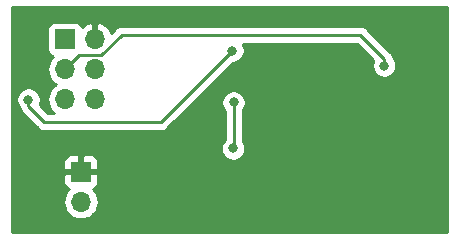
<source format=gbr>
G04 #@! TF.GenerationSoftware,KiCad,Pcbnew,(5.1.2)-1*
G04 #@! TF.CreationDate,2020-01-23T21:55:46-06:00*
G04 #@! TF.ProjectId,attiny-devboard,61747469-6e79-42d6-9465-76626f617264,rev?*
G04 #@! TF.SameCoordinates,Original*
G04 #@! TF.FileFunction,Copper,L2,Bot*
G04 #@! TF.FilePolarity,Positive*
%FSLAX46Y46*%
G04 Gerber Fmt 4.6, Leading zero omitted, Abs format (unit mm)*
G04 Created by KiCad (PCBNEW (5.1.2)-1) date 2020-01-23 21:55:46*
%MOMM*%
%LPD*%
G04 APERTURE LIST*
%ADD10R,1.700000X1.700000*%
%ADD11O,1.700000X1.700000*%
%ADD12C,0.800000*%
%ADD13C,0.250000*%
%ADD14C,0.254000*%
G04 APERTURE END LIST*
D10*
X115674140Y-93329760D03*
D11*
X115674140Y-95869760D03*
X116860320Y-87177880D03*
X114320320Y-87177880D03*
X116860320Y-84637880D03*
X114320320Y-84637880D03*
X116860320Y-82097880D03*
D10*
X114320320Y-82097880D03*
D12*
X144068800Y-81356200D03*
X119202200Y-91147900D03*
X128574800Y-91335860D03*
X128600200Y-87439500D03*
X141361160Y-84320380D03*
X111236760Y-87208360D03*
X128506220Y-83055460D03*
D13*
X128600200Y-91310460D02*
X128574800Y-91335860D01*
X128600200Y-87439500D02*
X128600200Y-91310460D01*
X141361160Y-83754695D02*
X139325885Y-81719420D01*
X141361160Y-84320380D02*
X141361160Y-83754695D01*
X115170319Y-83787881D02*
X114320320Y-84637880D01*
X115495321Y-83462879D02*
X115170319Y-83787881D01*
X117385081Y-83462879D02*
X115495321Y-83462879D01*
X119128540Y-81719420D02*
X117385081Y-83462879D01*
X139325885Y-81719420D02*
X119128540Y-81719420D01*
X111236760Y-87774045D02*
X112593855Y-89131140D01*
X111236760Y-87208360D02*
X111236760Y-87774045D01*
X112593855Y-89131140D02*
X122430540Y-89131140D01*
X122430540Y-89131140D02*
X128506220Y-83055460D01*
D14*
G36*
X146660001Y-98400000D02*
G01*
X109880000Y-98400000D01*
X109880000Y-95869760D01*
X114181955Y-95869760D01*
X114210627Y-96160871D01*
X114295541Y-96440794D01*
X114433434Y-96698774D01*
X114619006Y-96924894D01*
X114845126Y-97110466D01*
X115103106Y-97248359D01*
X115383029Y-97333273D01*
X115601190Y-97354760D01*
X115747090Y-97354760D01*
X115965251Y-97333273D01*
X116245174Y-97248359D01*
X116503154Y-97110466D01*
X116729274Y-96924894D01*
X116914846Y-96698774D01*
X117052739Y-96440794D01*
X117137653Y-96160871D01*
X117166325Y-95869760D01*
X117137653Y-95578649D01*
X117052739Y-95298726D01*
X116914846Y-95040746D01*
X116729274Y-94814626D01*
X116699453Y-94790153D01*
X116768320Y-94769262D01*
X116878634Y-94710297D01*
X116975325Y-94630945D01*
X117054677Y-94534254D01*
X117113642Y-94423940D01*
X117149952Y-94304242D01*
X117162212Y-94179760D01*
X117159140Y-93615510D01*
X117000390Y-93456760D01*
X115801140Y-93456760D01*
X115801140Y-93476760D01*
X115547140Y-93476760D01*
X115547140Y-93456760D01*
X114347890Y-93456760D01*
X114189140Y-93615510D01*
X114186068Y-94179760D01*
X114198328Y-94304242D01*
X114234638Y-94423940D01*
X114293603Y-94534254D01*
X114372955Y-94630945D01*
X114469646Y-94710297D01*
X114579960Y-94769262D01*
X114648827Y-94790153D01*
X114619006Y-94814626D01*
X114433434Y-95040746D01*
X114295541Y-95298726D01*
X114210627Y-95578649D01*
X114181955Y-95869760D01*
X109880000Y-95869760D01*
X109880000Y-92479760D01*
X114186068Y-92479760D01*
X114189140Y-93044010D01*
X114347890Y-93202760D01*
X115547140Y-93202760D01*
X115547140Y-92003510D01*
X115801140Y-92003510D01*
X115801140Y-93202760D01*
X117000390Y-93202760D01*
X117159140Y-93044010D01*
X117162212Y-92479760D01*
X117149952Y-92355278D01*
X117113642Y-92235580D01*
X117054677Y-92125266D01*
X116975325Y-92028575D01*
X116878634Y-91949223D01*
X116768320Y-91890258D01*
X116648622Y-91853948D01*
X116524140Y-91841688D01*
X115959890Y-91844760D01*
X115801140Y-92003510D01*
X115547140Y-92003510D01*
X115388390Y-91844760D01*
X114824140Y-91841688D01*
X114699658Y-91853948D01*
X114579960Y-91890258D01*
X114469646Y-91949223D01*
X114372955Y-92028575D01*
X114293603Y-92125266D01*
X114234638Y-92235580D01*
X114198328Y-92355278D01*
X114186068Y-92479760D01*
X109880000Y-92479760D01*
X109880000Y-91233921D01*
X127539800Y-91233921D01*
X127539800Y-91437799D01*
X127579574Y-91637758D01*
X127657595Y-91826116D01*
X127770863Y-91995634D01*
X127915026Y-92139797D01*
X128084544Y-92253065D01*
X128272902Y-92331086D01*
X128472861Y-92370860D01*
X128676739Y-92370860D01*
X128876698Y-92331086D01*
X129065056Y-92253065D01*
X129234574Y-92139797D01*
X129378737Y-91995634D01*
X129492005Y-91826116D01*
X129570026Y-91637758D01*
X129609800Y-91437799D01*
X129609800Y-91233921D01*
X129570026Y-91033962D01*
X129492005Y-90845604D01*
X129378737Y-90676086D01*
X129360200Y-90657549D01*
X129360200Y-88143211D01*
X129404137Y-88099274D01*
X129517405Y-87929756D01*
X129595426Y-87741398D01*
X129635200Y-87541439D01*
X129635200Y-87337561D01*
X129595426Y-87137602D01*
X129517405Y-86949244D01*
X129404137Y-86779726D01*
X129259974Y-86635563D01*
X129090456Y-86522295D01*
X128902098Y-86444274D01*
X128702139Y-86404500D01*
X128498261Y-86404500D01*
X128298302Y-86444274D01*
X128109944Y-86522295D01*
X127940426Y-86635563D01*
X127796263Y-86779726D01*
X127682995Y-86949244D01*
X127604974Y-87137602D01*
X127565200Y-87337561D01*
X127565200Y-87541439D01*
X127604974Y-87741398D01*
X127682995Y-87929756D01*
X127796263Y-88099274D01*
X127840200Y-88143211D01*
X127840201Y-90606748D01*
X127770863Y-90676086D01*
X127657595Y-90845604D01*
X127579574Y-91033962D01*
X127539800Y-91233921D01*
X109880000Y-91233921D01*
X109880000Y-87106421D01*
X110201760Y-87106421D01*
X110201760Y-87310299D01*
X110241534Y-87510258D01*
X110319555Y-87698616D01*
X110432823Y-87868134D01*
X110487773Y-87923084D01*
X110531214Y-88066292D01*
X110548844Y-88099274D01*
X110601786Y-88198321D01*
X110672961Y-88285047D01*
X110696760Y-88314046D01*
X110725758Y-88337844D01*
X112030056Y-89642143D01*
X112053854Y-89671141D01*
X112082852Y-89694939D01*
X112169578Y-89766114D01*
X112301608Y-89836686D01*
X112444869Y-89880143D01*
X112556522Y-89891140D01*
X112556531Y-89891140D01*
X112593854Y-89894816D01*
X112631177Y-89891140D01*
X122393218Y-89891140D01*
X122430540Y-89894816D01*
X122467862Y-89891140D01*
X122467873Y-89891140D01*
X122579526Y-89880143D01*
X122722787Y-89836686D01*
X122854816Y-89766114D01*
X122970541Y-89671141D01*
X122994344Y-89642137D01*
X128546022Y-84090460D01*
X128608159Y-84090460D01*
X128808118Y-84050686D01*
X128996476Y-83972665D01*
X129165994Y-83859397D01*
X129310157Y-83715234D01*
X129423425Y-83545716D01*
X129501446Y-83357358D01*
X129541220Y-83157399D01*
X129541220Y-82953521D01*
X129501446Y-82753562D01*
X129423425Y-82565204D01*
X129366106Y-82479420D01*
X139011084Y-82479420D01*
X140419888Y-83888225D01*
X140365934Y-84018482D01*
X140326160Y-84218441D01*
X140326160Y-84422319D01*
X140365934Y-84622278D01*
X140443955Y-84810636D01*
X140557223Y-84980154D01*
X140701386Y-85124317D01*
X140870904Y-85237585D01*
X141059262Y-85315606D01*
X141259221Y-85355380D01*
X141463099Y-85355380D01*
X141663058Y-85315606D01*
X141851416Y-85237585D01*
X142020934Y-85124317D01*
X142165097Y-84980154D01*
X142278365Y-84810636D01*
X142356386Y-84622278D01*
X142396160Y-84422319D01*
X142396160Y-84218441D01*
X142356386Y-84018482D01*
X142278365Y-83830124D01*
X142165097Y-83660606D01*
X142110147Y-83605656D01*
X142066706Y-83462448D01*
X141996134Y-83330419D01*
X141924959Y-83243692D01*
X141901161Y-83214694D01*
X141872163Y-83190896D01*
X139889689Y-81208423D01*
X139865886Y-81179419D01*
X139750161Y-81084446D01*
X139618132Y-81013874D01*
X139474871Y-80970417D01*
X139363218Y-80959420D01*
X139363207Y-80959420D01*
X139325885Y-80955744D01*
X139288563Y-80959420D01*
X119165862Y-80959420D01*
X119128539Y-80955744D01*
X119091216Y-80959420D01*
X119091207Y-80959420D01*
X118979554Y-80970417D01*
X118836293Y-81013874D01*
X118704264Y-81084446D01*
X118588539Y-81179419D01*
X118564741Y-81208417D01*
X118232054Y-81541104D01*
X118131961Y-81330960D01*
X117957908Y-81097611D01*
X117741675Y-80902702D01*
X117491572Y-80753723D01*
X117217211Y-80656399D01*
X116987320Y-80777066D01*
X116987320Y-81970880D01*
X117007320Y-81970880D01*
X117007320Y-82224880D01*
X116987320Y-82224880D01*
X116987320Y-82244880D01*
X116733320Y-82244880D01*
X116733320Y-82224880D01*
X116713320Y-82224880D01*
X116713320Y-81970880D01*
X116733320Y-81970880D01*
X116733320Y-80777066D01*
X116503429Y-80656399D01*
X116229068Y-80753723D01*
X115978965Y-80902702D01*
X115782818Y-81079506D01*
X115759822Y-81003700D01*
X115700857Y-80893386D01*
X115621505Y-80796695D01*
X115524814Y-80717343D01*
X115414500Y-80658378D01*
X115294802Y-80622068D01*
X115170320Y-80609808D01*
X113470320Y-80609808D01*
X113345838Y-80622068D01*
X113226140Y-80658378D01*
X113115826Y-80717343D01*
X113019135Y-80796695D01*
X112939783Y-80893386D01*
X112880818Y-81003700D01*
X112844508Y-81123398D01*
X112832248Y-81247880D01*
X112832248Y-82947880D01*
X112844508Y-83072362D01*
X112880818Y-83192060D01*
X112939783Y-83302374D01*
X113019135Y-83399065D01*
X113115826Y-83478417D01*
X113226140Y-83537382D01*
X113295007Y-83558273D01*
X113265186Y-83582746D01*
X113079614Y-83808866D01*
X112941721Y-84066846D01*
X112856807Y-84346769D01*
X112828135Y-84637880D01*
X112856807Y-84928991D01*
X112941721Y-85208914D01*
X113079614Y-85466894D01*
X113265186Y-85693014D01*
X113491306Y-85878586D01*
X113546111Y-85907880D01*
X113491306Y-85937174D01*
X113265186Y-86122746D01*
X113079614Y-86348866D01*
X112941721Y-86606846D01*
X112856807Y-86886769D01*
X112828135Y-87177880D01*
X112856807Y-87468991D01*
X112941721Y-87748914D01*
X113079614Y-88006894D01*
X113265186Y-88233014D01*
X113433493Y-88371140D01*
X112908657Y-88371140D01*
X112178031Y-87640515D01*
X112231986Y-87510258D01*
X112271760Y-87310299D01*
X112271760Y-87106421D01*
X112231986Y-86906462D01*
X112153965Y-86718104D01*
X112040697Y-86548586D01*
X111896534Y-86404423D01*
X111727016Y-86291155D01*
X111538658Y-86213134D01*
X111338699Y-86173360D01*
X111134821Y-86173360D01*
X110934862Y-86213134D01*
X110746504Y-86291155D01*
X110576986Y-86404423D01*
X110432823Y-86548586D01*
X110319555Y-86718104D01*
X110241534Y-86906462D01*
X110201760Y-87106421D01*
X109880000Y-87106421D01*
X109880000Y-79400000D01*
X146660000Y-79400000D01*
X146660001Y-98400000D01*
X146660001Y-98400000D01*
G37*
X146660001Y-98400000D02*
X109880000Y-98400000D01*
X109880000Y-95869760D01*
X114181955Y-95869760D01*
X114210627Y-96160871D01*
X114295541Y-96440794D01*
X114433434Y-96698774D01*
X114619006Y-96924894D01*
X114845126Y-97110466D01*
X115103106Y-97248359D01*
X115383029Y-97333273D01*
X115601190Y-97354760D01*
X115747090Y-97354760D01*
X115965251Y-97333273D01*
X116245174Y-97248359D01*
X116503154Y-97110466D01*
X116729274Y-96924894D01*
X116914846Y-96698774D01*
X117052739Y-96440794D01*
X117137653Y-96160871D01*
X117166325Y-95869760D01*
X117137653Y-95578649D01*
X117052739Y-95298726D01*
X116914846Y-95040746D01*
X116729274Y-94814626D01*
X116699453Y-94790153D01*
X116768320Y-94769262D01*
X116878634Y-94710297D01*
X116975325Y-94630945D01*
X117054677Y-94534254D01*
X117113642Y-94423940D01*
X117149952Y-94304242D01*
X117162212Y-94179760D01*
X117159140Y-93615510D01*
X117000390Y-93456760D01*
X115801140Y-93456760D01*
X115801140Y-93476760D01*
X115547140Y-93476760D01*
X115547140Y-93456760D01*
X114347890Y-93456760D01*
X114189140Y-93615510D01*
X114186068Y-94179760D01*
X114198328Y-94304242D01*
X114234638Y-94423940D01*
X114293603Y-94534254D01*
X114372955Y-94630945D01*
X114469646Y-94710297D01*
X114579960Y-94769262D01*
X114648827Y-94790153D01*
X114619006Y-94814626D01*
X114433434Y-95040746D01*
X114295541Y-95298726D01*
X114210627Y-95578649D01*
X114181955Y-95869760D01*
X109880000Y-95869760D01*
X109880000Y-92479760D01*
X114186068Y-92479760D01*
X114189140Y-93044010D01*
X114347890Y-93202760D01*
X115547140Y-93202760D01*
X115547140Y-92003510D01*
X115801140Y-92003510D01*
X115801140Y-93202760D01*
X117000390Y-93202760D01*
X117159140Y-93044010D01*
X117162212Y-92479760D01*
X117149952Y-92355278D01*
X117113642Y-92235580D01*
X117054677Y-92125266D01*
X116975325Y-92028575D01*
X116878634Y-91949223D01*
X116768320Y-91890258D01*
X116648622Y-91853948D01*
X116524140Y-91841688D01*
X115959890Y-91844760D01*
X115801140Y-92003510D01*
X115547140Y-92003510D01*
X115388390Y-91844760D01*
X114824140Y-91841688D01*
X114699658Y-91853948D01*
X114579960Y-91890258D01*
X114469646Y-91949223D01*
X114372955Y-92028575D01*
X114293603Y-92125266D01*
X114234638Y-92235580D01*
X114198328Y-92355278D01*
X114186068Y-92479760D01*
X109880000Y-92479760D01*
X109880000Y-91233921D01*
X127539800Y-91233921D01*
X127539800Y-91437799D01*
X127579574Y-91637758D01*
X127657595Y-91826116D01*
X127770863Y-91995634D01*
X127915026Y-92139797D01*
X128084544Y-92253065D01*
X128272902Y-92331086D01*
X128472861Y-92370860D01*
X128676739Y-92370860D01*
X128876698Y-92331086D01*
X129065056Y-92253065D01*
X129234574Y-92139797D01*
X129378737Y-91995634D01*
X129492005Y-91826116D01*
X129570026Y-91637758D01*
X129609800Y-91437799D01*
X129609800Y-91233921D01*
X129570026Y-91033962D01*
X129492005Y-90845604D01*
X129378737Y-90676086D01*
X129360200Y-90657549D01*
X129360200Y-88143211D01*
X129404137Y-88099274D01*
X129517405Y-87929756D01*
X129595426Y-87741398D01*
X129635200Y-87541439D01*
X129635200Y-87337561D01*
X129595426Y-87137602D01*
X129517405Y-86949244D01*
X129404137Y-86779726D01*
X129259974Y-86635563D01*
X129090456Y-86522295D01*
X128902098Y-86444274D01*
X128702139Y-86404500D01*
X128498261Y-86404500D01*
X128298302Y-86444274D01*
X128109944Y-86522295D01*
X127940426Y-86635563D01*
X127796263Y-86779726D01*
X127682995Y-86949244D01*
X127604974Y-87137602D01*
X127565200Y-87337561D01*
X127565200Y-87541439D01*
X127604974Y-87741398D01*
X127682995Y-87929756D01*
X127796263Y-88099274D01*
X127840200Y-88143211D01*
X127840201Y-90606748D01*
X127770863Y-90676086D01*
X127657595Y-90845604D01*
X127579574Y-91033962D01*
X127539800Y-91233921D01*
X109880000Y-91233921D01*
X109880000Y-87106421D01*
X110201760Y-87106421D01*
X110201760Y-87310299D01*
X110241534Y-87510258D01*
X110319555Y-87698616D01*
X110432823Y-87868134D01*
X110487773Y-87923084D01*
X110531214Y-88066292D01*
X110548844Y-88099274D01*
X110601786Y-88198321D01*
X110672961Y-88285047D01*
X110696760Y-88314046D01*
X110725758Y-88337844D01*
X112030056Y-89642143D01*
X112053854Y-89671141D01*
X112082852Y-89694939D01*
X112169578Y-89766114D01*
X112301608Y-89836686D01*
X112444869Y-89880143D01*
X112556522Y-89891140D01*
X112556531Y-89891140D01*
X112593854Y-89894816D01*
X112631177Y-89891140D01*
X122393218Y-89891140D01*
X122430540Y-89894816D01*
X122467862Y-89891140D01*
X122467873Y-89891140D01*
X122579526Y-89880143D01*
X122722787Y-89836686D01*
X122854816Y-89766114D01*
X122970541Y-89671141D01*
X122994344Y-89642137D01*
X128546022Y-84090460D01*
X128608159Y-84090460D01*
X128808118Y-84050686D01*
X128996476Y-83972665D01*
X129165994Y-83859397D01*
X129310157Y-83715234D01*
X129423425Y-83545716D01*
X129501446Y-83357358D01*
X129541220Y-83157399D01*
X129541220Y-82953521D01*
X129501446Y-82753562D01*
X129423425Y-82565204D01*
X129366106Y-82479420D01*
X139011084Y-82479420D01*
X140419888Y-83888225D01*
X140365934Y-84018482D01*
X140326160Y-84218441D01*
X140326160Y-84422319D01*
X140365934Y-84622278D01*
X140443955Y-84810636D01*
X140557223Y-84980154D01*
X140701386Y-85124317D01*
X140870904Y-85237585D01*
X141059262Y-85315606D01*
X141259221Y-85355380D01*
X141463099Y-85355380D01*
X141663058Y-85315606D01*
X141851416Y-85237585D01*
X142020934Y-85124317D01*
X142165097Y-84980154D01*
X142278365Y-84810636D01*
X142356386Y-84622278D01*
X142396160Y-84422319D01*
X142396160Y-84218441D01*
X142356386Y-84018482D01*
X142278365Y-83830124D01*
X142165097Y-83660606D01*
X142110147Y-83605656D01*
X142066706Y-83462448D01*
X141996134Y-83330419D01*
X141924959Y-83243692D01*
X141901161Y-83214694D01*
X141872163Y-83190896D01*
X139889689Y-81208423D01*
X139865886Y-81179419D01*
X139750161Y-81084446D01*
X139618132Y-81013874D01*
X139474871Y-80970417D01*
X139363218Y-80959420D01*
X139363207Y-80959420D01*
X139325885Y-80955744D01*
X139288563Y-80959420D01*
X119165862Y-80959420D01*
X119128539Y-80955744D01*
X119091216Y-80959420D01*
X119091207Y-80959420D01*
X118979554Y-80970417D01*
X118836293Y-81013874D01*
X118704264Y-81084446D01*
X118588539Y-81179419D01*
X118564741Y-81208417D01*
X118232054Y-81541104D01*
X118131961Y-81330960D01*
X117957908Y-81097611D01*
X117741675Y-80902702D01*
X117491572Y-80753723D01*
X117217211Y-80656399D01*
X116987320Y-80777066D01*
X116987320Y-81970880D01*
X117007320Y-81970880D01*
X117007320Y-82224880D01*
X116987320Y-82224880D01*
X116987320Y-82244880D01*
X116733320Y-82244880D01*
X116733320Y-82224880D01*
X116713320Y-82224880D01*
X116713320Y-81970880D01*
X116733320Y-81970880D01*
X116733320Y-80777066D01*
X116503429Y-80656399D01*
X116229068Y-80753723D01*
X115978965Y-80902702D01*
X115782818Y-81079506D01*
X115759822Y-81003700D01*
X115700857Y-80893386D01*
X115621505Y-80796695D01*
X115524814Y-80717343D01*
X115414500Y-80658378D01*
X115294802Y-80622068D01*
X115170320Y-80609808D01*
X113470320Y-80609808D01*
X113345838Y-80622068D01*
X113226140Y-80658378D01*
X113115826Y-80717343D01*
X113019135Y-80796695D01*
X112939783Y-80893386D01*
X112880818Y-81003700D01*
X112844508Y-81123398D01*
X112832248Y-81247880D01*
X112832248Y-82947880D01*
X112844508Y-83072362D01*
X112880818Y-83192060D01*
X112939783Y-83302374D01*
X113019135Y-83399065D01*
X113115826Y-83478417D01*
X113226140Y-83537382D01*
X113295007Y-83558273D01*
X113265186Y-83582746D01*
X113079614Y-83808866D01*
X112941721Y-84066846D01*
X112856807Y-84346769D01*
X112828135Y-84637880D01*
X112856807Y-84928991D01*
X112941721Y-85208914D01*
X113079614Y-85466894D01*
X113265186Y-85693014D01*
X113491306Y-85878586D01*
X113546111Y-85907880D01*
X113491306Y-85937174D01*
X113265186Y-86122746D01*
X113079614Y-86348866D01*
X112941721Y-86606846D01*
X112856807Y-86886769D01*
X112828135Y-87177880D01*
X112856807Y-87468991D01*
X112941721Y-87748914D01*
X113079614Y-88006894D01*
X113265186Y-88233014D01*
X113433493Y-88371140D01*
X112908657Y-88371140D01*
X112178031Y-87640515D01*
X112231986Y-87510258D01*
X112271760Y-87310299D01*
X112271760Y-87106421D01*
X112231986Y-86906462D01*
X112153965Y-86718104D01*
X112040697Y-86548586D01*
X111896534Y-86404423D01*
X111727016Y-86291155D01*
X111538658Y-86213134D01*
X111338699Y-86173360D01*
X111134821Y-86173360D01*
X110934862Y-86213134D01*
X110746504Y-86291155D01*
X110576986Y-86404423D01*
X110432823Y-86548586D01*
X110319555Y-86718104D01*
X110241534Y-86906462D01*
X110201760Y-87106421D01*
X109880000Y-87106421D01*
X109880000Y-79400000D01*
X146660000Y-79400000D01*
X146660001Y-98400000D01*
M02*

</source>
